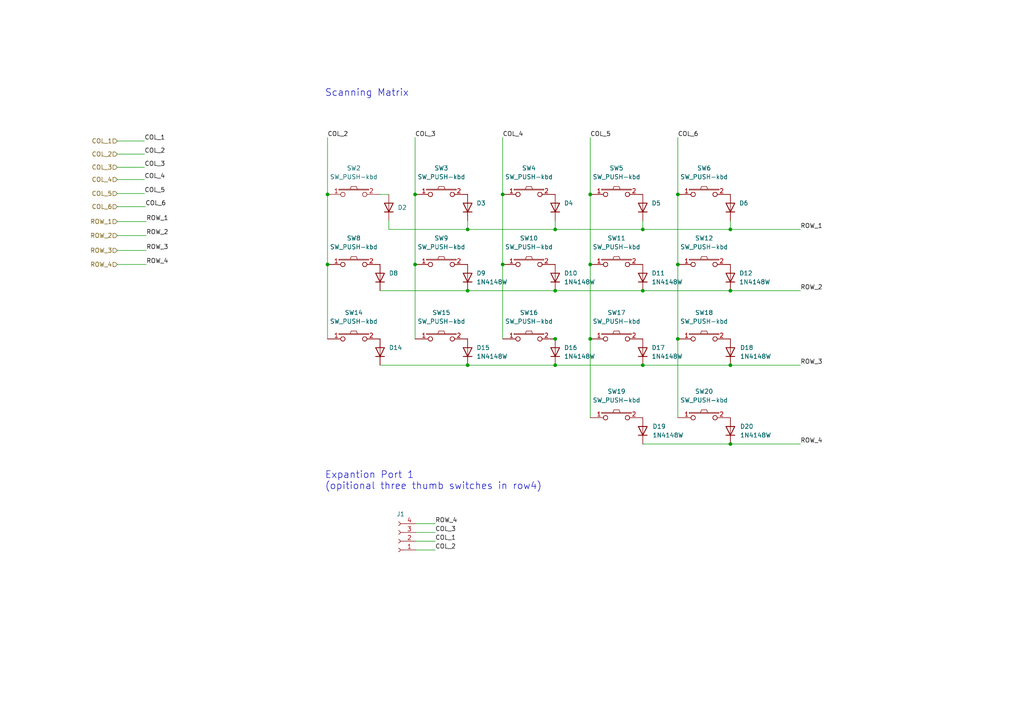
<source format=kicad_sch>
(kicad_sch (version 20211123) (generator eeschema)
  (paper "A4")
  (lib_symbols
    (symbol "Connector:Conn_01x04_Female" (pin_names (offset 1.016) hide)
      (property "Reference" "J" (at 0 5.08 0))
      (property "Value" "Conn_01x04_Female" (at 0 -7.62 0))
      (symbol "Conn_01x04_Female_1_1"
        (arc (start 0 -4.572) (mid -0.508 -5.08) (end 0 -5.588) (stroke (width 0.1524)))
        (arc (start 0 -2.032) (mid -0.508 -2.54) (end 0 -3.048) (stroke (width 0.1524)))
        (polyline (pts (xy -1.27 -5.08) (xy -0.508 -5.08)) (stroke (width 0.1524)))
        (polyline (pts (xy -1.27 -2.54) (xy -0.508 -2.54)) (stroke (width 0.1524)))
        (polyline (pts (xy -1.27 0) (xy -0.508 0)) (stroke (width 0.1524)))
        (polyline (pts (xy -1.27 2.54) (xy -0.508 2.54)) (stroke (width 0.1524)))
        (arc (start 0 0.508) (mid -0.508 0) (end 0 -0.508) (stroke (width 0.1524)))
        (arc (start 0 3.048) (mid -0.508 2.54) (end 0 2.032) (stroke (width 0.1524)))
        (pin passive line (at -5.08 2.54 0) (length 3.81) (name "Pin_1") (number "1"))
        (pin passive line (at -5.08 0 0) (length 3.81) (name "Pin_2") (number "2"))
        (pin passive line (at -5.08 -2.54 0) (length 3.81) (name "Pin_3") (number "3"))
        (pin passive line (at -5.08 -5.08 0) (length 3.81) (name "Pin_4") (number "4"))
      )
    )
    (symbol "mysymbol:1N4148W" (pin_numbers hide) (pin_names (offset 1.016) hide)
      (property "Reference" "D?" (at 2.54 1.2701 90))
      (symbol "1N4148W_0_1"
        (polyline (pts (xy -1.27 1.27) (xy -1.27 -1.27)) (stroke (width 0.254)))
        (polyline (pts (xy 1.27 0) (xy -1.27 0)))
        (polyline (pts (xy 1.27 1.27) (xy 1.27 -1.27) (xy -1.27 0) (xy 1.27 1.27)) (stroke (width 0.254)))
      )
      (symbol "1N4148W_1_1"
        (pin passive line (at -3.81 0 0) (length 2.54) (name "K") (number "1"))
        (pin passive line (at 3.81 0 180) (length 2.54) (name "A") (number "2"))
      )
    )
    (symbol "mysymbol:SW_PUSH-kbd" (pin_names (offset 1.016) hide)
      (property "Reference" "SW1" (at 3.81 2.794 0))
      (symbol "SW_PUSH-kbd_0_1"
        (rectangle (start -4.318 1.27) (end 4.318 1.524))
        (polyline (pts (xy -1.016 1.524) (xy -0.762 2.286) (xy 0.762 2.286) (xy 1.016 1.524)))
        (pin passive inverted (at -7.62 0 0) (length 5.08) (name "1") (number "1"))
        (pin passive inverted (at 7.62 0 180) (length 5.08) (name "2") (number "2"))
      )
    )
  )
  (junction (at 135.636 66.548))
  (junction (at 94.996 56.388))
  (junction (at 196.596 76.708))
  (junction (at 145.796 56.388))
  (junction (at 211.836 128.778))
  (junction (at 211.836 105.918))
  (junction (at 161.036 98.298))
  (junction (at 171.196 56.388))
  (junction (at 120.396 56.388))
  (junction (at 120.396 76.708))
  (junction (at 171.196 98.298))
  (junction (at 135.636 84.328))
  (junction (at 135.636 105.918))
  (junction (at 171.196 76.708))
  (junction (at 196.596 98.298))
  (junction (at 94.996 76.708))
  (junction (at 211.836 66.548))
  (junction (at 211.836 84.328))
  (junction (at 161.036 84.328))
  (junction (at 161.036 105.918))
  (junction (at 145.796 76.708))
  (junction (at 186.436 105.918))
  (junction (at 186.436 66.548))
  (junction (at 186.436 84.328))
  (junction (at 161.036 66.548))
  (junction (at 196.596 56.388))
  (wire (pts (xy 120.396 76.708) (xy 120.396 98.298)))
  (wire (pts (xy 145.796 76.708) (xy 145.796 98.298)))
  (wire (pts (xy 161.036 105.918) (xy 186.436 105.918)))
  (wire (pts (xy 135.636 84.328) (xy 161.036 84.328)))
  (wire (pts (xy 186.436 66.548) (xy 211.836 66.548)))
  (wire (pts (xy 94.996 56.388) (xy 94.996 76.708)))
  (wire (pts (xy 110.236 84.328) (xy 135.636 84.328)))
  (wire (pts (xy 211.836 64.008) (xy 211.836 66.548)))
  (wire (pts (xy 211.836 66.548) (xy 232.156 66.548)))
  (wire (pts (xy 161.036 64.008) (xy 161.036 66.548)))
  (wire (pts (xy 161.036 84.328) (xy 186.436 84.328)))
  (wire (pts (xy 34.036 44.704) (xy 41.91 44.704)))
  (wire (pts (xy 34.036 68.326) (xy 42.418 68.326)))
  (wire (pts (xy 120.65 159.512) (xy 126.238 159.512)))
  (wire (pts (xy 34.036 64.262) (xy 42.418 64.262)))
  (wire (pts (xy 211.836 128.778) (xy 232.156 128.778)))
  (wire (pts (xy 211.836 105.918) (xy 232.156 105.918)))
  (wire (pts (xy 171.196 98.298) (xy 171.196 121.158)))
  (wire (pts (xy 211.836 84.328) (xy 232.156 84.328)))
  (wire (pts (xy 94.996 39.878) (xy 94.996 56.388)))
  (wire (pts (xy 34.036 48.514) (xy 41.91 48.514)))
  (wire (pts (xy 120.396 56.388) (xy 120.396 76.708)))
  (wire (pts (xy 186.436 105.918) (xy 211.836 105.918)))
  (wire (pts (xy 161.036 66.548) (xy 186.436 66.548)))
  (wire (pts (xy 196.596 39.878) (xy 196.596 56.388)))
  (wire (pts (xy 110.236 56.388) (xy 112.776 56.388)))
  (wire (pts (xy 145.796 56.388) (xy 145.796 76.708)))
  (wire (pts (xy 196.596 56.388) (xy 196.596 76.708)))
  (wire (pts (xy 196.596 76.708) (xy 196.596 98.298)))
  (wire (pts (xy 135.636 105.918) (xy 161.036 105.918)))
  (wire (pts (xy 171.196 76.708) (xy 171.196 98.298)))
  (wire (pts (xy 110.236 105.918) (xy 135.636 105.918)))
  (wire (pts (xy 34.036 40.894) (xy 41.91 40.894)))
  (wire (pts (xy 120.65 151.892) (xy 126.238 151.892)))
  (wire (pts (xy 34.036 76.708) (xy 42.418 76.708)))
  (wire (pts (xy 34.036 56.134) (xy 41.91 56.134)))
  (wire (pts (xy 186.436 64.008) (xy 186.436 66.548)))
  (wire (pts (xy 159.766 98.298) (xy 161.036 98.298)))
  (wire (pts (xy 34.036 59.944) (xy 42.164 59.944)))
  (wire (pts (xy 34.036 52.07) (xy 41.91 52.07)))
  (wire (pts (xy 120.65 156.972) (xy 126.238 156.972)))
  (wire (pts (xy 94.996 76.708) (xy 94.996 98.298)))
  (wire (pts (xy 186.436 84.328) (xy 211.836 84.328)))
  (wire (pts (xy 112.776 64.008) (xy 112.776 66.548)))
  (wire (pts (xy 196.596 98.298) (xy 196.596 121.158)))
  (wire (pts (xy 145.796 39.878) (xy 145.796 56.388)))
  (wire (pts (xy 112.776 66.548) (xy 135.636 66.548)))
  (wire (pts (xy 171.196 56.388) (xy 171.196 76.708)))
  (wire (pts (xy 186.436 128.778) (xy 211.836 128.778)))
  (wire (pts (xy 34.036 72.644) (xy 42.418 72.644)))
  (wire (pts (xy 135.636 66.548) (xy 161.036 66.548)))
  (wire (pts (xy 120.65 154.432) (xy 126.238 154.432)))
  (wire (pts (xy 120.396 39.878) (xy 120.396 56.388)))
  (wire (pts (xy 171.196 39.878) (xy 171.196 56.388)))
  (wire (pts (xy 135.636 64.008) (xy 135.636 66.548)))
  (text "Scanning Matrix" (at 94.234 28.194 0) (effects (font (size 2 2)) (justify left bottom)))
  (text "Expantion Port 1\n(opitional three thumb switches in row4)" (at 94.234 142.24 0) (effects (font (size 2 2)) (justify left bottom)))
  (label "COL_2" (at 94.996 39.878 0))
  (label "COL_1" (at 126.238 156.972 0))
  (label "ROW_3" (at 42.418 72.644 0))
  (label "COL_2" (at 41.91 44.704 0))
  (label "COL_6" (at 196.596 39.878 0))
  (label "ROW_3" (at 232.156 105.918 0))
  (label "ROW_1" (at 42.418 64.262 0))
  (label "COL_5" (at 171.196 39.878 0))
  (label "ROW_4" (at 42.418 76.708 0))
  (label "COL_4" (at 145.796 39.878 0))
  (label "COL_3" (at 120.396 39.878 0))
  (label "ROW_2" (at 232.156 84.328 0))
  (label "COL_1" (at 41.91 40.894 0))
  (label "COL_4" (at 41.91 52.07 0))
  (label "COL_2" (at 126.238 159.512 0))
  (label "COL_6" (at 42.164 59.944 0))
  (label "ROW_4" (at 126.238 151.892 0))
  (label "COL_3" (at 126.238 154.432 0))
  (label "ROW_1" (at 232.156 66.548 0))
  (label "COL_3" (at 41.91 48.514 0))
  (label "ROW_4" (at 232.156 128.778 0))
  (label "ROW_2" (at 42.418 68.326 0))
  (label "COL_5" (at 41.91 56.134 0))
  (hierarchical_label "COL_2" (shape input) (at 34.036 44.704 180))
  (hierarchical_label "ROW_3" (shape input) (at 34.036 72.644 180))
  (hierarchical_label "COL_5" (shape input) (at 34.036 56.134 180))
  (hierarchical_label "ROW_2" (shape input) (at 34.036 68.326 180))
  (hierarchical_label "COL_4" (shape input) (at 34.036 52.07 180))
  (hierarchical_label "COL_6" (shape input) (at 34.036 59.944 180))
  (hierarchical_label "COL_1" (shape input) (at 34.036 40.894 180))
  (hierarchical_label "ROW_4" (shape input) (at 34.036 76.708 180))
  (hierarchical_label "ROW_1" (shape input) (at 34.036 64.262 180))
  (hierarchical_label "COL_3" (shape input) (at 34.036 48.514 180))
  (symbol (lib_id "mysymbol:SW_PUSH-kbd") (at 204.216 76.708 0) (unit 1)
    (property "Reference" "SW12" (at 204.216 69.088 0))
    (property "Value" "SW_PUSH-kbd" (at 204.216 71.628 0))
    (property "Footprint" "mylib:Kailh_Choc_Hotplug" (effects hide))
  )
  (symbol (lib_id "mysymbol:1N4148W") (at 161.036 80.518 90) (unit 1)
    (property "Reference" "D10" (at 163.576 79.2479 90) (effects (justify right)))
    (property "Value" "1N4148W" (at 163.576 81.7879 90) (effects (justify right)))
    (property "Footprint" "mylib:Diode" (effects hide))
    (property "Datasheet" "https://www.vishay.com/docs/85748/1n4148w.pdf" (effects hide))
  )
  (symbol (lib_id "mysymbol:SW_PUSH-kbd") (at 178.816 121.158 0) (unit 1)
    (property "Reference" "SW19" (at 178.816 113.538 0))
    (property "Value" "SW_PUSH-kbd" (at 178.816 116.078 0))
    (property "Footprint" "mylib:Kailh_Choc_Hotplug" (effects hide))
  )
  (symbol (lib_id "mysymbol:SW_PUSH-kbd") (at 128.016 56.388 0) (unit 1)
    (property "Reference" "SW3" (at 128.016 48.768 0))
    (property "Value" "SW_PUSH-kbd" (at 128.016 51.308 0))
    (property "Footprint" "mylib:Kailh_Choc_Hotplug" (effects hide))
  )
  (symbol (lib_id "mysymbol:SW_PUSH-kbd") (at 128.016 76.708 0) (unit 1)
    (property "Reference" "SW9" (at 128.016 69.088 0))
    (property "Value" "SW_PUSH-kbd" (at 128.016 71.628 0))
    (property "Footprint" "mylib:Kailh_Choc_Hotplug" (effects hide))
  )
  (symbol (lib_id "mysymbol:SW_PUSH-kbd") (at 204.216 98.298 0) (unit 1)
    (property "Reference" "SW18" (at 204.216 90.678 0))
    (property "Value" "SW_PUSH-kbd" (at 204.216 93.218 0))
    (property "Footprint" "mylib:Kailh_Choc_Hotplug" (effects hide))
  )
  (symbol (lib_id "mysymbol:1N4148W") (at 161.036 102.108 90) (unit 1)
    (property "Reference" "D16" (at 163.576 100.8379 90) (effects (justify right)))
    (property "Value" "1N4148W" (at 163.576 103.3779 90) (effects (justify right)))
    (property "Footprint" "mylib:Diode" (effects hide))
    (property "Datasheet" "https://www.vishay.com/docs/85748/1n4148w.pdf" (effects hide))
  )
  (symbol (lib_id "Connector:Conn_01x04_Female") (at 115.57 156.972 180) (unit 1) (in_bom no)
    (property "Reference" "J1" (at 116.205 149.098 0))
    (property "Value" "expantion1" (effects hide))
    (property "Footprint" "mylib:Magnetic-PogoPin-1x04-Female" (effects hide))
  )
  (symbol (lib_id "mysymbol:SW_PUSH-kbd") (at 204.216 121.158 0) (unit 1)
    (property "Reference" "SW20" (at 204.216 113.538 0))
    (property "Value" "SW_PUSH-kbd" (at 204.216 116.078 0))
    (property "Footprint" "mylib:Kailh_Choc_Hotplug" (effects hide))
  )
  (symbol (lib_id "mysymbol:1N4148W") (at 211.836 124.968 90) (unit 1)
    (property "Reference" "D20" (at 214.63 123.6979 90) (effects (justify right)))
    (property "Value" "1N4148W" (at 214.63 126.2379 90) (effects (justify right)))
    (property "Footprint" "mylib:Diode" (effects hide))
    (property "Datasheet" "https://www.vishay.com/docs/85748/1n4148w.pdf" (effects hide))
  )
  (symbol (lib_id "mysymbol:SW_PUSH-kbd") (at 153.416 76.708 0) (unit 1)
    (property "Reference" "SW10" (at 153.416 69.088 0))
    (property "Value" "SW_PUSH-kbd" (at 153.416 71.628 0))
    (property "Footprint" "mylib:Kailh_Choc_Hotplug" (effects hide))
  )
  (symbol (lib_id "mysymbol:SW_PUSH-kbd") (at 102.616 98.298 0) (unit 1)
    (property "Reference" "SW14" (at 102.616 90.678 0))
    (property "Value" "SW_PUSH-kbd" (at 102.616 93.218 0))
    (property "Footprint" "mylib:Kailh_Choc_Hotplug" (effects hide))
  )
  (symbol (lib_id "mysymbol:SW_PUSH-kbd") (at 178.816 56.388 0) (unit 1)
    (property "Reference" "SW5" (at 178.816 48.768 0))
    (property "Value" "SW_PUSH-kbd" (at 178.816 51.308 0))
    (property "Footprint" "mylib:Kailh_Choc_Hotplug" (effects hide))
  )
  (symbol (lib_id "mysymbol:1N4148W") (at 186.436 80.518 90) (unit 1)
    (property "Reference" "D11" (at 188.976 79.2479 90) (effects (justify right)))
    (property "Value" "1N4148W" (at 188.976 81.7879 90) (effects (justify right)))
    (property "Footprint" "mylib:Diode" (effects hide))
    (property "Datasheet" "https://www.vishay.com/docs/85748/1n4148w.pdf" (effects hide))
  )
  (symbol (lib_id "mysymbol:1N4148W") (at 135.636 102.108 90) (unit 1)
    (property "Reference" "D15" (at 138.176 100.8379 90) (effects (justify right)))
    (property "Value" "1N4148W" (at 138.176 103.3779 90) (effects (justify right)))
    (property "Footprint" "mylib:Diode" (effects hide))
    (property "Datasheet" "https://www.vishay.com/docs/85748/1n4148w.pdf" (effects hide))
  )
  (symbol (lib_id "mysymbol:1N4148W") (at 110.236 102.108 90) (unit 1)
    (property "Reference" "D14" (at 112.776 100.8379 90) (effects (justify right)))
    (property "Value" "1N4148W" (effects hide))
    (property "Footprint" "mylib:Diode" (effects hide))
    (property "Datasheet" "https://www.vishay.com/docs/85748/1n4148w.pdf" (effects hide))
  )
  (symbol (lib_id "mysymbol:1N4148W") (at 110.236 80.518 90) (unit 1)
    (property "Reference" "D8" (at 112.776 79.2479 90) (effects (justify right)))
    (property "Value" "1N4148W" (effects hide))
    (property "Footprint" "mylib:Diode" (effects hide))
    (property "Datasheet" "https://www.vishay.com/docs/85748/1n4148w.pdf" (effects hide))
  )
  (symbol (lib_id "mysymbol:SW_PUSH-kbd") (at 153.416 56.388 0) (unit 1)
    (property "Reference" "SW4" (at 153.416 48.768 0))
    (property "Value" "SW_PUSH-kbd" (at 153.416 51.308 0))
    (property "Footprint" "mylib:Kailh_Choc_Hotplug" (effects hide))
  )
  (symbol (lib_id "mysymbol:SW_PUSH-kbd") (at 204.216 56.388 0) (unit 1)
    (property "Reference" "SW6" (at 204.216 48.768 0))
    (property "Value" "SW_PUSH-kbd" (at 204.216 51.308 0))
    (property "Footprint" "mylib:Kailh_Choc_Hotplug" (effects hide))
  )
  (symbol (lib_id "mysymbol:1N4148W") (at 161.036 60.198 90) (unit 1)
    (property "Reference" "D4" (at 163.576 58.9279 90) (effects (justify right)))
    (property "Value" "1N4148W" (effects hide))
    (property "Footprint" "mylib:Diode" (effects hide))
    (property "Datasheet" "https://www.vishay.com/docs/85748/1n4148w.pdf" (effects hide))
  )
  (symbol (lib_id "mysymbol:1N4148W") (at 112.776 60.198 90) (unit 1)
    (property "Reference" "D2" (at 115.316 60.1979 90) (effects (justify right)))
    (property "Value" "1N4148W" (effects hide))
    (property "Footprint" "mylib:Diode" (effects hide))
    (property "Datasheet" "https://www.vishay.com/docs/85748/1n4148w.pdf" (effects hide))
  )
  (symbol (lib_id "mysymbol:1N4148W") (at 135.636 60.198 90) (unit 1)
    (property "Reference" "D3" (at 138.176 58.9279 90) (effects (justify right)))
    (property "Value" "1N4148W" (effects hide))
    (property "Footprint" "mylib:Diode" (effects hide))
    (property "Datasheet" "https://www.vishay.com/docs/85748/1n4148w.pdf" (effects hide))
  )
  (symbol (lib_id "mysymbol:SW_PUSH-kbd") (at 128.016 98.298 0) (unit 1)
    (property "Reference" "SW15" (at 128.016 90.678 0))
    (property "Value" "SW_PUSH-kbd" (at 128.016 93.218 0))
    (property "Footprint" "mylib:Kailh_Choc_Hotplug" (effects hide))
  )
  (symbol (lib_id "mysymbol:1N4148W") (at 186.436 102.108 90) (unit 1)
    (property "Reference" "D17" (at 188.976 100.8379 90) (effects (justify right)))
    (property "Value" "1N4148W" (at 188.976 103.3779 90) (effects (justify right)))
    (property "Footprint" "mylib:Diode" (effects hide))
    (property "Datasheet" "https://www.vishay.com/docs/85748/1n4148w.pdf" (effects hide))
  )
  (symbol (lib_id "mysymbol:SW_PUSH-kbd") (at 153.416 98.298 0) (unit 1)
    (property "Reference" "SW16" (at 153.416 90.678 0))
    (property "Value" "SW_PUSH-kbd" (at 153.416 93.218 0))
    (property "Footprint" "mylib:Kailh_Choc_Hotplug" (effects hide))
  )
  (symbol (lib_id "mysymbol:SW_PUSH-kbd") (at 102.616 56.388 0) (unit 1)
    (property "Reference" "SW2" (at 102.616 48.768 0))
    (property "Value" "SW_PUSH-kbd" (at 102.616 51.308 0))
    (property "Footprint" "mylib:Kailh_Choc_Hotplug" (effects hide))
  )
  (symbol (lib_id "mysymbol:SW_PUSH-kbd") (at 102.616 76.708 0) (unit 1)
    (property "Reference" "SW8" (at 102.616 69.088 0))
    (property "Value" "SW_PUSH-kbd" (at 102.616 71.628 0))
    (property "Footprint" "mylib:Kailh_Choc_Hotplug" (effects hide))
  )
  (symbol (lib_id "mysymbol:SW_PUSH-kbd") (at 178.816 76.708 0) (unit 1)
    (property "Reference" "SW11" (at 178.816 69.088 0))
    (property "Value" "SW_PUSH-kbd" (at 178.816 71.628 0))
    (property "Footprint" "mylib:Kailh_Choc_Hotplug" (effects hide))
  )
  (symbol (lib_id "mysymbol:1N4148W") (at 211.836 80.518 90) (unit 1)
    (property "Reference" "D12" (at 214.376 79.2479 90) (effects (justify right)))
    (property "Value" "1N4148W" (at 214.376 81.7879 90) (effects (justify right)))
    (property "Footprint" "mylib:Diode" (effects hide))
    (property "Datasheet" "https://www.vishay.com/docs/85748/1n4148w.pdf" (effects hide))
  )
  (symbol (lib_id "mysymbol:1N4148W") (at 135.636 80.518 90) (unit 1)
    (property "Reference" "D9" (at 138.176 79.2479 90) (effects (justify right)))
    (property "Value" "1N4148W" (at 138.176 81.7879 90) (effects (justify right)))
    (property "Footprint" "mylib:Diode" (effects hide))
    (property "Datasheet" "https://www.vishay.com/docs/85748/1n4148w.pdf" (effects hide))
  )
  (symbol (lib_id "mysymbol:1N4148W") (at 186.436 60.198 90) (unit 1)
    (property "Reference" "D5" (at 188.976 58.9279 90) (effects (justify right)))
    (property "Value" "1N4148W" (effects hide))
    (property "Footprint" "mylib:Diode" (effects hide))
    (property "Datasheet" "https://www.vishay.com/docs/85748/1n4148w.pdf" (effects hide))
  )
  (symbol (lib_id "mysymbol:SW_PUSH-kbd") (at 178.816 98.298 0) (unit 1)
    (property "Reference" "SW17" (at 178.816 90.678 0))
    (property "Value" "SW_PUSH-kbd" (at 178.816 93.218 0))
    (property "Footprint" "mylib:Kailh_Choc_Hotplug" (effects hide))
  )
  (symbol (lib_id "mysymbol:1N4148W") (at 211.836 102.108 90) (unit 1)
    (property "Reference" "D18" (at 214.63 100.8379 90) (effects (justify right)))
    (property "Value" "1N4148W" (at 214.63 103.3779 90) (effects (justify right)))
    (property "Footprint" "mylib:Diode" (effects hide))
    (property "Datasheet" "https://www.vishay.com/docs/85748/1n4148w.pdf" (effects hide))
  )
  (symbol (lib_id "mysymbol:1N4148W") (at 211.836 60.198 90) (unit 1)
    (property "Reference" "D6" (at 214.376 58.9279 90) (effects (justify right)))
    (property "Value" "1N4148W" (effects hide))
    (property "Footprint" "mylib:Diode" (effects hide))
    (property "Datasheet" "https://www.vishay.com/docs/85748/1n4148w.pdf" (effects hide))
  )
  (symbol (lib_id "mysymbol:1N4148W") (at 186.436 124.968 90) (unit 1)
    (property "Reference" "D19" (at 189.23 123.6979 90) (effects (justify right)))
    (property "Value" "1N4148W" (at 189.23 126.2379 90) (effects (justify right)))
    (property "Footprint" "mylib:Diode" (effects hide))
    (property "Datasheet" "https://www.vishay.com/docs/85748/1n4148w.pdf" (effects hide))
  )
)
</source>
